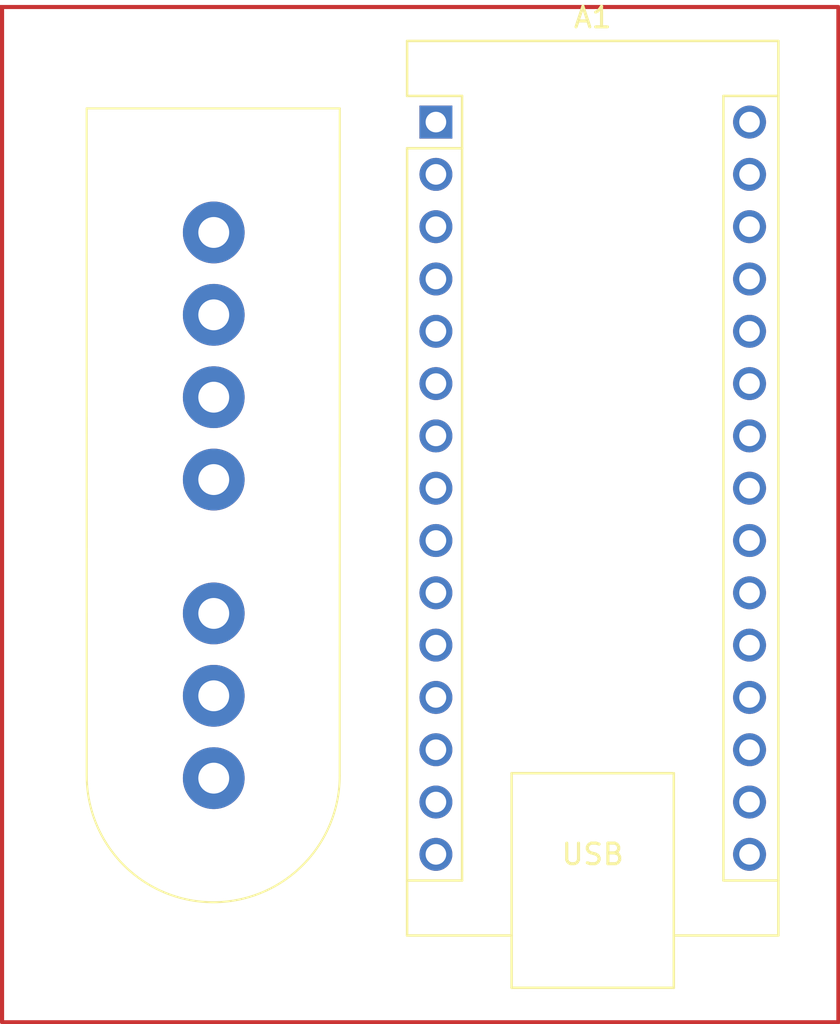
<source format=kicad_pcb>
(kicad_pcb (version 20240108) (generator "pcbnew") (generator_version "8.0")
  (layers (0 "F.Cu" signal) (31 "B.Cu" signal) (34 "B.Paste" user) (35 "F.Paste" user) (36 "B.SilkS" user "B.Silkscreen") (37 "F.SilkS" user "F.Silkscreen") (38 "B.Mask" user) (39 "F.Mask" user) (44 "Edge.Cuts" user))
  (net 0 "")
  (net 7 "Net-(A1-D3)")
  (net 10 "Net-(A1-D4)")
  (net 14 "Net-(A1-D2)")
  (net 18 "Net-(Snes1-GND)")
  (net 30 "Net-(A1-+5V)")
  (footprint "Module:Arduino_Nano" (layer "F.Cu") (at 118.0846 98.425)
    (property "Reference" "A1" (at 7.62 -5.08 0) (layer "F.SilkS"))
    (property "Value" "Arduino_Nano_v3.x")
    (fp_line (start -1.4 -3.94) (end -1.4 -1.27) (stroke (width 0.12)) (layer "F.SilkS"))
    (fp_line (start -1.4 1.27) (end -1.4 39.5) (stroke (width 0.12)) (layer "F.SilkS"))
    (fp_line (start -1.4 39.5) (end 3.68 39.5) (stroke (width 0.12)) (layer "F.SilkS"))
    (fp_line (start 1.27 -1.27) (end -1.4 -1.27) (stroke (width 0.12)) (layer "F.SilkS"))
    (fp_line (start 1.27 1.27) (end -1.4 1.27) (stroke (width 0.12)) (layer "F.SilkS"))
    (fp_line (start 1.27 1.27) (end 1.27 -1.27) (stroke (width 0.12)) (layer "F.SilkS"))
    (fp_line (start 1.27 1.27) (end 1.27 36.83) (stroke (width 0.12)) (layer "F.SilkS"))
    (fp_line (start 1.27 36.83) (end -1.4 36.83) (stroke (width 0.12)) (layer "F.SilkS"))
    (fp_line (start 3.68 31.62) (end 11.56 31.62) (stroke (width 0.12)) (layer "F.SilkS"))
    (fp_line (start 3.68 42.04) (end 3.68 31.62) (stroke (width 0.12)) (layer "F.SilkS"))
    (fp_line (start 11.56 31.62) (end 11.56 42.04) (stroke (width 0.12)) (layer "F.SilkS"))
    (fp_line (start 11.56 42.04) (end 3.68 42.04) (stroke (width 0.12)) (layer "F.SilkS"))
    (fp_line (start 13.97 -1.27) (end 13.97 36.83) (stroke (width 0.12)) (layer "F.SilkS"))
    (fp_line (start 13.97 -1.27) (end 16.64 -1.27) (stroke (width 0.12)) (layer "F.SilkS"))
    (fp_line (start 13.97 36.83) (end 16.64 36.83) (stroke (width 0.12)) (layer "F.SilkS"))
    (fp_line (start 16.64 -3.94) (end -1.4 -3.94) (stroke (width 0.12)) (layer "F.SilkS"))
    (fp_line (start 16.64 39.5) (end 11.56 39.5) (stroke (width 0.12)) (layer "F.SilkS"))
    (fp_line (start 16.64 39.5) (end 16.64 -3.94) (stroke (width 0.12)) (layer "F.SilkS"))
    (fp_text user "USB" (at 7.62 35.56 0) (layer "F.SilkS"))
    (pad "1" thru_hole rect (at 0 0) (size 1.6 1.6) (drill 1) (layers "*.Cu" "*.Mask"))
    (pad "2" thru_hole oval (at 0 2.54) (size 1.6 1.6) (drill 1) (layers "*.Cu" "*.Mask"))
    (pad "3" thru_hole oval (at 0 5.08) (size 1.6 1.6) (drill 1) (layers "*.Cu" "*.Mask"))
    (pad "4" thru_hole oval (at 0 7.62) (size 1.6 1.6) (drill 1) (layers "*.Cu" "*.Mask") (net 18 "Net-(Snes1-GND)"))
    (pad "5" thru_hole oval (at 0 10.16) (size 1.6 1.6) (drill 1) (layers "*.Cu" "*.Mask") (net 14 "Net-(A1-D2)"))
    (pad "6" thru_hole oval (at 0 12.7) (size 1.6 1.6) (drill 1) (layers "*.Cu" "*.Mask") (net 7 "Net-(A1-D3)"))
    (pad "7" thru_hole oval (at 0 15.24) (size 1.6 1.6) (drill 1) (layers "*.Cu" "*.Mask") (net 10 "Net-(A1-D4)"))
    (pad "8" thru_hole oval (at 0 17.78) (size 1.6 1.6) (drill 1) (layers "*.Cu" "*.Mask"))
    (pad "9" thru_hole oval (at 0 20.32) (size 1.6 1.6) (drill 1) (layers "*.Cu" "*.Mask"))
    (pad "10" thru_hole oval (at 0 22.86) (size 1.6 1.6) (drill 1) (layers "*.Cu" "*.Mask"))
    (pad "11" thru_hole oval (at 0 25.4) (size 1.6 1.6) (drill 1) (layers "*.Cu" "*.Mask"))
    (pad "12" thru_hole oval (at 0 27.94) (size 1.6 1.6) (drill 1) (layers "*.Cu" "*.Mask"))
    (pad "13" thru_hole oval (at 0 30.48) (size 1.6 1.6) (drill 1) (layers "*.Cu" "*.Mask"))
    (pad "14" thru_hole oval (at 0 33.02) (size 1.6 1.6) (drill 1) (layers "*.Cu" "*.Mask"))
    (pad "15" thru_hole oval (at 0 35.56) (size 1.6 1.6) (drill 1) (layers "*.Cu" "*.Mask"))
    (pad "16" thru_hole oval (at 15.24 35.56) (size 1.6 1.6) (drill 1) (layers "*.Cu" "*.Mask"))
    (pad "17" thru_hole oval (at 15.24 33.02) (size 1.6 1.6) (drill 1) (layers "*.Cu" "*.Mask"))
    (pad "18" thru_hole oval (at 15.24 30.48) (size 1.6 1.6) (drill 1) (layers "*.Cu" "*.Mask"))
    (pad "19" thru_hole oval (at 15.24 27.94) (size 1.6 1.6) (drill 1) (layers "*.Cu" "*.Mask"))
    (pad "20" thru_hole oval (at 15.24 25.4) (size 1.6 1.6) (drill 1) (layers "*.Cu" "*.Mask"))
    (pad "21" thru_hole oval (at 15.24 22.86) (size 1.6 1.6) (drill 1) (layers "*.Cu" "*.Mask"))
    (pad "22" thru_hole oval (at 15.24 20.32) (size 1.6 1.6) (drill 1) (layers "*.Cu" "*.Mask"))
    (pad "23" thru_hole oval (at 15.24 17.78) (size 1.6 1.6) (drill 1) (layers "*.Cu" "*.Mask"))
    (pad "24" thru_hole oval (at 15.24 15.24) (size 1.6 1.6) (drill 1) (layers "*.Cu" "*.Mask"))
    (pad "25" thru_hole oval (at 15.24 12.7) (size 1.6 1.6) (drill 1) (layers "*.Cu" "*.Mask"))
    (pad "26" thru_hole oval (at 15.24 10.16) (size 1.6 1.6) (drill 1) (layers "*.Cu" "*.Mask"))
    (pad "27" thru_hole oval (at 15.24 7.62) (size 1.6 1.6) (drill 1) (layers "*.Cu" "*.Mask") (net 30 "Net-(A1-+5V)"))
    (pad "28" thru_hole oval (at 15.24 5.08) (size 1.6 1.6) (drill 1) (layers "*.Cu" "*.Mask"))
    (pad "29" thru_hole oval (at 15.24 2.54) (size 1.6 1.6) (drill 1) (layers "*.Cu" "*.Mask"))
    (pad "30" thru_hole oval (at 15.24 0) (size 1.6 1.6) (drill 1) (layers "*.Cu" "*.Mask"))
  )
  (footprint "Footprints_cez:snes_controller" (layer "F.Cu") (at 116.1158 113.9618 -90)
    (property "Reference" "Snes1" (hide yes))
    (property "Value" "~" (hide yes))
    (fp_line (start 16.2016 14.9984) (end -16.2016 15.0016) (stroke (width 0.1)) (layer "F.SilkS"))
    (fp_line (start 16.2016 2.7048) (end -16.2016 2.7016) (stroke (width 0.1)) (layer "F.SilkS"))
    (fp_line (start -16.2016 2.7016) (end -16.2016 15.0016) (stroke (width 0.1)) (layer "F.SilkS"))
    (fp_arc (start 16.2016 2.7048) (mid 22.3484 8.8516) (end 16.2016 14.9984) (stroke (width 0.1)) (layer "F.SilkS"))
    (pad "1" thru_hole circle (at -10.1764 8.8262 270) (size 3 3) (drill 1.5) (layers "*.Cu" "*.Mask") (net 30 "Net-(A1-+5V)"))
    (pad "2" thru_hole circle (at -6.1764 8.8262 270) (size 3 3) (drill 1.5) (layers "*.Cu" "*.Mask") (net 10 "Net-(A1-D4)"))
    (pad "3" thru_hole circle (at -2.1764 8.8262 270) (size 3 3) (drill 1.5) (layers "*.Cu" "*.Mask") (net 7 "Net-(A1-D3)"))
    (pad "4" thru_hole circle (at 1.8236 8.8262 270) (size 3 3) (drill 1.5) (layers "*.Cu" "*.Mask") (net 14 "Net-(A1-D2)"))
    (pad "5" thru_hole circle (at 8.3236 8.8262 270) (size 3 3) (drill 1.5) (layers "*.Cu" "*.Mask"))
    (pad "6" thru_hole circle (at 12.3236 8.8262 270) (size 3 3) (drill 1.5) (layers "*.Cu" "*.Mask"))
    (pad "7" thru_hole circle (at 16.3236 8.8262 270) (size 3 3) (drill 1.5) (layers "*.Cu" "*.Mask") (net 18 "Net-(Snes1-GND)"))
  )
  (gr_rect (start 97.0026 92.837) (end 137.6426 142.1384) (stroke (width 0.2)) (fill none) (layer "F.Cu"))
)
</source>
